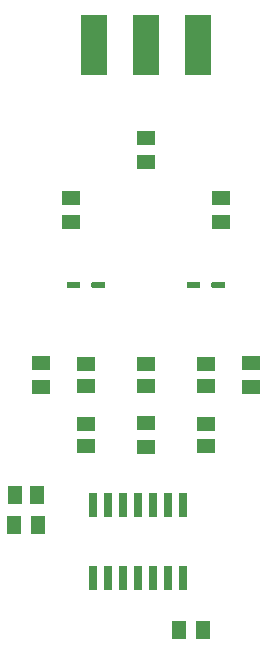
<source format=gbr>
G04 EAGLE Gerber RS-274X export*
G75*
%MOMM*%
%FSLAX34Y34*%
%LPD*%
%INSolderpaste Top*%
%IPPOS*%
%AMOC8*
5,1,8,0,0,1.08239X$1,22.5*%
G01*
%ADD10R,1.300000X1.600000*%
%ADD11R,1.600000X1.300000*%
%ADD12R,0.660400X2.032000*%
%ADD13R,1.300000X1.500000*%
%ADD14R,1.500000X1.300000*%
%ADD15R,2.286000X5.080000*%

G36*
X95602Y568853D02*
X95602Y568853D01*
X95604Y568851D01*
X95807Y568867D01*
X95811Y568871D01*
X95815Y568868D01*
X96014Y568916D01*
X96017Y568921D01*
X96021Y568919D01*
X96209Y568997D01*
X96212Y569001D01*
X96216Y569000D01*
X96390Y569106D01*
X96392Y569112D01*
X96396Y569111D01*
X96551Y569244D01*
X96552Y569249D01*
X96556Y569249D01*
X96689Y569404D01*
X96690Y569410D01*
X96694Y569410D01*
X96800Y569584D01*
X96799Y569590D01*
X96804Y569591D01*
X96882Y569779D01*
X96880Y569785D01*
X96884Y569786D01*
X96932Y569985D01*
X96930Y569991D01*
X96933Y569993D01*
X96949Y570196D01*
X96947Y570199D01*
X96949Y570200D01*
X96933Y573003D01*
X96928Y573010D01*
X96932Y573015D01*
X96884Y573214D01*
X96879Y573217D01*
X96882Y573221D01*
X96804Y573409D01*
X96799Y573412D01*
X96800Y573416D01*
X96694Y573590D01*
X96688Y573592D01*
X96689Y573596D01*
X96556Y573751D01*
X96551Y573752D01*
X96551Y573756D01*
X96396Y573889D01*
X96390Y573890D01*
X96390Y573894D01*
X96216Y574000D01*
X96210Y573999D01*
X96209Y574004D01*
X96021Y574082D01*
X96015Y574080D01*
X96014Y574084D01*
X95815Y574132D01*
X95809Y574130D01*
X95807Y574133D01*
X95604Y574149D01*
X95601Y574147D01*
X95600Y574149D01*
X86800Y574149D01*
X86798Y574147D01*
X86796Y574149D01*
X86593Y574133D01*
X86589Y574129D01*
X86585Y574132D01*
X86386Y574084D01*
X86383Y574079D01*
X86379Y574082D01*
X86191Y574004D01*
X86188Y573999D01*
X86184Y574000D01*
X86010Y573894D01*
X86008Y573888D01*
X86004Y573889D01*
X85849Y573756D01*
X85848Y573751D01*
X85844Y573751D01*
X85711Y573596D01*
X85710Y573590D01*
X85706Y573590D01*
X85600Y573416D01*
X85601Y573410D01*
X85597Y573409D01*
X85519Y573221D01*
X85520Y573215D01*
X85516Y573214D01*
X85468Y573015D01*
X85470Y573009D01*
X85467Y573007D01*
X85451Y572804D01*
X85453Y572801D01*
X85451Y572800D01*
X85467Y569997D01*
X85472Y569990D01*
X85468Y569985D01*
X85516Y569786D01*
X85521Y569783D01*
X85519Y569779D01*
X85597Y569591D01*
X85601Y569588D01*
X85600Y569584D01*
X85706Y569410D01*
X85712Y569408D01*
X85711Y569404D01*
X85844Y569249D01*
X85849Y569248D01*
X85849Y569244D01*
X86004Y569111D01*
X86010Y569110D01*
X86010Y569106D01*
X86184Y569000D01*
X86190Y569001D01*
X86191Y568997D01*
X86379Y568919D01*
X86385Y568920D01*
X86386Y568916D01*
X86585Y568868D01*
X86591Y568870D01*
X86593Y568867D01*
X86796Y568851D01*
X86799Y568853D01*
X86800Y568851D01*
X95600Y568851D01*
X95602Y568853D01*
G37*
G36*
X116402Y568853D02*
X116402Y568853D01*
X116404Y568851D01*
X116607Y568867D01*
X116611Y568871D01*
X116615Y568868D01*
X116814Y568916D01*
X116817Y568921D01*
X116821Y568919D01*
X117009Y568997D01*
X117012Y569001D01*
X117016Y569000D01*
X117190Y569106D01*
X117192Y569112D01*
X117196Y569111D01*
X117351Y569244D01*
X117352Y569249D01*
X117356Y569249D01*
X117489Y569404D01*
X117490Y569410D01*
X117494Y569410D01*
X117600Y569584D01*
X117599Y569590D01*
X117604Y569591D01*
X117682Y569779D01*
X117680Y569785D01*
X117684Y569786D01*
X117732Y569985D01*
X117730Y569991D01*
X117733Y569993D01*
X117749Y570196D01*
X117747Y570199D01*
X117749Y570200D01*
X117733Y573003D01*
X117728Y573010D01*
X117732Y573015D01*
X117684Y573214D01*
X117679Y573217D01*
X117682Y573221D01*
X117604Y573409D01*
X117599Y573412D01*
X117600Y573416D01*
X117494Y573590D01*
X117488Y573592D01*
X117489Y573596D01*
X117356Y573751D01*
X117351Y573752D01*
X117351Y573756D01*
X117196Y573889D01*
X117190Y573890D01*
X117190Y573894D01*
X117016Y574000D01*
X117010Y573999D01*
X117009Y574004D01*
X116821Y574082D01*
X116815Y574080D01*
X116814Y574084D01*
X116615Y574132D01*
X116609Y574130D01*
X116607Y574133D01*
X116404Y574149D01*
X116401Y574147D01*
X116400Y574149D01*
X107600Y574149D01*
X107598Y574147D01*
X107596Y574149D01*
X107393Y574133D01*
X107389Y574129D01*
X107385Y574132D01*
X107186Y574084D01*
X107183Y574079D01*
X107179Y574082D01*
X106991Y574004D01*
X106988Y573999D01*
X106984Y574000D01*
X106810Y573894D01*
X106808Y573888D01*
X106804Y573889D01*
X106649Y573756D01*
X106648Y573751D01*
X106644Y573751D01*
X106511Y573596D01*
X106510Y573590D01*
X106506Y573590D01*
X106400Y573416D01*
X106401Y573410D01*
X106397Y573409D01*
X106319Y573221D01*
X106320Y573215D01*
X106316Y573214D01*
X106268Y573015D01*
X106270Y573009D01*
X106267Y573007D01*
X106251Y572804D01*
X106253Y572801D01*
X106251Y572800D01*
X106267Y569997D01*
X106272Y569990D01*
X106268Y569985D01*
X106316Y569786D01*
X106321Y569783D01*
X106319Y569779D01*
X106397Y569591D01*
X106401Y569588D01*
X106400Y569584D01*
X106506Y569410D01*
X106512Y569408D01*
X106511Y569404D01*
X106644Y569249D01*
X106649Y569248D01*
X106649Y569244D01*
X106804Y569111D01*
X106810Y569110D01*
X106810Y569106D01*
X106984Y569000D01*
X106990Y569001D01*
X106991Y568997D01*
X107179Y568919D01*
X107185Y568920D01*
X107186Y568916D01*
X107385Y568868D01*
X107391Y568870D01*
X107393Y568867D01*
X107596Y568851D01*
X107599Y568853D01*
X107600Y568851D01*
X116400Y568851D01*
X116402Y568853D01*
G37*
G36*
X197202Y568853D02*
X197202Y568853D01*
X197204Y568851D01*
X197407Y568867D01*
X197411Y568871D01*
X197415Y568868D01*
X197614Y568916D01*
X197617Y568921D01*
X197621Y568919D01*
X197809Y568997D01*
X197812Y569001D01*
X197816Y569000D01*
X197990Y569106D01*
X197992Y569112D01*
X197996Y569111D01*
X198151Y569244D01*
X198152Y569249D01*
X198156Y569249D01*
X198289Y569404D01*
X198290Y569410D01*
X198294Y569410D01*
X198400Y569584D01*
X198399Y569590D01*
X198404Y569591D01*
X198482Y569779D01*
X198480Y569785D01*
X198484Y569786D01*
X198532Y569985D01*
X198530Y569991D01*
X198533Y569993D01*
X198549Y570196D01*
X198547Y570199D01*
X198549Y570200D01*
X198533Y573003D01*
X198528Y573010D01*
X198532Y573015D01*
X198484Y573214D01*
X198479Y573217D01*
X198482Y573221D01*
X198404Y573409D01*
X198399Y573412D01*
X198400Y573416D01*
X198294Y573590D01*
X198288Y573592D01*
X198289Y573596D01*
X198156Y573751D01*
X198151Y573752D01*
X198151Y573756D01*
X197996Y573889D01*
X197990Y573890D01*
X197990Y573894D01*
X197816Y574000D01*
X197810Y573999D01*
X197809Y574004D01*
X197621Y574082D01*
X197615Y574080D01*
X197614Y574084D01*
X197415Y574132D01*
X197409Y574130D01*
X197407Y574133D01*
X197204Y574149D01*
X197201Y574147D01*
X197200Y574149D01*
X188400Y574149D01*
X188398Y574147D01*
X188396Y574149D01*
X188193Y574133D01*
X188189Y574129D01*
X188185Y574132D01*
X187986Y574084D01*
X187983Y574079D01*
X187979Y574082D01*
X187791Y574004D01*
X187788Y573999D01*
X187784Y574000D01*
X187610Y573894D01*
X187608Y573888D01*
X187604Y573889D01*
X187449Y573756D01*
X187448Y573751D01*
X187444Y573751D01*
X187311Y573596D01*
X187310Y573590D01*
X187306Y573590D01*
X187200Y573416D01*
X187201Y573410D01*
X187197Y573409D01*
X187119Y573221D01*
X187120Y573215D01*
X187116Y573214D01*
X187068Y573015D01*
X187070Y573009D01*
X187067Y573007D01*
X187051Y572804D01*
X187053Y572801D01*
X187051Y572800D01*
X187067Y569997D01*
X187072Y569990D01*
X187068Y569985D01*
X187116Y569786D01*
X187121Y569783D01*
X187119Y569779D01*
X187197Y569591D01*
X187201Y569588D01*
X187200Y569584D01*
X187306Y569410D01*
X187312Y569408D01*
X187311Y569404D01*
X187444Y569249D01*
X187449Y569248D01*
X187449Y569244D01*
X187604Y569111D01*
X187610Y569110D01*
X187610Y569106D01*
X187784Y569000D01*
X187790Y569001D01*
X187791Y568997D01*
X187979Y568919D01*
X187985Y568920D01*
X187986Y568916D01*
X188185Y568868D01*
X188191Y568870D01*
X188193Y568867D01*
X188396Y568851D01*
X188399Y568853D01*
X188400Y568851D01*
X197200Y568851D01*
X197202Y568853D01*
G37*
G36*
X218002Y568853D02*
X218002Y568853D01*
X218004Y568851D01*
X218207Y568867D01*
X218211Y568871D01*
X218215Y568868D01*
X218414Y568916D01*
X218417Y568921D01*
X218421Y568919D01*
X218609Y568997D01*
X218612Y569001D01*
X218616Y569000D01*
X218790Y569106D01*
X218792Y569112D01*
X218796Y569111D01*
X218951Y569244D01*
X218952Y569249D01*
X218956Y569249D01*
X219089Y569404D01*
X219090Y569410D01*
X219094Y569410D01*
X219200Y569584D01*
X219199Y569590D01*
X219204Y569591D01*
X219282Y569779D01*
X219280Y569785D01*
X219284Y569786D01*
X219332Y569985D01*
X219330Y569991D01*
X219333Y569993D01*
X219349Y570196D01*
X219347Y570199D01*
X219349Y570200D01*
X219333Y573003D01*
X219328Y573010D01*
X219332Y573015D01*
X219284Y573214D01*
X219279Y573217D01*
X219282Y573221D01*
X219204Y573409D01*
X219199Y573412D01*
X219200Y573416D01*
X219094Y573590D01*
X219088Y573592D01*
X219089Y573596D01*
X218956Y573751D01*
X218951Y573752D01*
X218951Y573756D01*
X218796Y573889D01*
X218790Y573890D01*
X218790Y573894D01*
X218616Y574000D01*
X218610Y573999D01*
X218609Y574004D01*
X218421Y574082D01*
X218415Y574080D01*
X218414Y574084D01*
X218215Y574132D01*
X218209Y574130D01*
X218207Y574133D01*
X218004Y574149D01*
X218001Y574147D01*
X218000Y574149D01*
X209200Y574149D01*
X209198Y574147D01*
X209196Y574149D01*
X208993Y574133D01*
X208989Y574129D01*
X208985Y574132D01*
X208786Y574084D01*
X208783Y574079D01*
X208779Y574082D01*
X208591Y574004D01*
X208588Y573999D01*
X208584Y574000D01*
X208410Y573894D01*
X208408Y573888D01*
X208404Y573889D01*
X208249Y573756D01*
X208248Y573751D01*
X208244Y573751D01*
X208111Y573596D01*
X208110Y573590D01*
X208106Y573590D01*
X208000Y573416D01*
X208001Y573410D01*
X207997Y573409D01*
X207919Y573221D01*
X207920Y573215D01*
X207916Y573214D01*
X207868Y573015D01*
X207870Y573009D01*
X207867Y573007D01*
X207851Y572804D01*
X207853Y572801D01*
X207851Y572800D01*
X207867Y569997D01*
X207872Y569990D01*
X207868Y569985D01*
X207916Y569786D01*
X207921Y569783D01*
X207919Y569779D01*
X207997Y569591D01*
X208001Y569588D01*
X208000Y569584D01*
X208106Y569410D01*
X208112Y569408D01*
X208111Y569404D01*
X208244Y569249D01*
X208249Y569248D01*
X208249Y569244D01*
X208404Y569111D01*
X208410Y569110D01*
X208410Y569106D01*
X208584Y569000D01*
X208590Y569001D01*
X208591Y568997D01*
X208779Y568919D01*
X208785Y568920D01*
X208786Y568916D01*
X208985Y568868D01*
X208991Y568870D01*
X208993Y568867D01*
X209196Y568851D01*
X209199Y568853D01*
X209200Y568851D01*
X218000Y568851D01*
X218002Y568853D01*
G37*
D10*
X60800Y368300D03*
X40800Y368300D03*
D11*
X152400Y454500D03*
X152400Y434500D03*
X241300Y485300D03*
X241300Y505300D03*
X63500Y485300D03*
X63500Y505300D03*
X152400Y695800D03*
X152400Y675800D03*
X215900Y645000D03*
X215900Y625000D03*
X88900Y645000D03*
X88900Y625000D03*
D10*
X200500Y279400D03*
X180500Y279400D03*
D12*
X107950Y323596D03*
X107950Y385064D03*
X120650Y323596D03*
X133350Y323596D03*
X120650Y385064D03*
X133350Y385064D03*
X146050Y323596D03*
X146050Y385064D03*
X158750Y323596D03*
X171450Y323596D03*
X158750Y385064D03*
X171450Y385064D03*
X184150Y323596D03*
X184150Y385064D03*
D13*
X41300Y393700D03*
X60300Y393700D03*
D14*
X203200Y435000D03*
X203200Y454000D03*
X101600Y435000D03*
X101600Y454000D03*
X203200Y485800D03*
X203200Y504800D03*
X152400Y485800D03*
X152400Y504800D03*
X101600Y485800D03*
X101600Y504800D03*
D15*
X152400Y774446D03*
X196596Y774446D03*
X108204Y774446D03*
M02*

</source>
